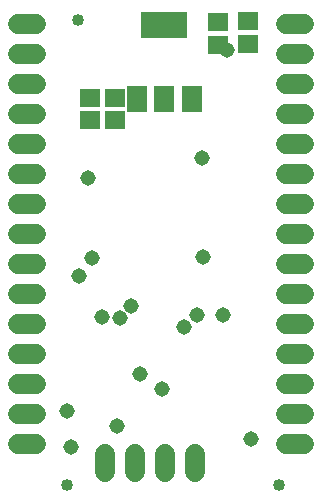
<source format=gbr>
G04 EAGLE Gerber X2 export*
%TF.Part,Single*%
%TF.FileFunction,Soldermask,Bot,1*%
%TF.FilePolarity,Positive*%
%TF.GenerationSoftware,Autodesk,EAGLE,9.6.2*%
%TF.CreationDate,2022-05-02T11:32:10Z*%
G75*
%MOMM*%
%FSLAX46Y46*%
%LPD*%
%INSoldermask Bottom*%
%AMOC8*
5,1,8,0,0,1.08239X$1,22.5*%
G01*
%ADD10R,1.703200X1.503200*%
%ADD11R,1.703200X2.203200*%
%ADD12R,4.003200X2.203200*%
%ADD13C,1.727200*%
%ADD14C,1.016000*%
%ADD15C,1.309600*%


D10*
X16321400Y34586700D03*
X16321400Y32686700D03*
X27211400Y40996700D03*
X27211400Y39096700D03*
X29701400Y41076700D03*
X29701400Y39176700D03*
X18431400Y34586700D03*
X18431400Y32686700D03*
D11*
X24941400Y34456700D03*
X22641400Y34456700D03*
X20341400Y34456700D03*
D12*
X22641400Y40756700D03*
D13*
X25261400Y4448700D02*
X25261400Y2924700D01*
X22721400Y2924700D02*
X22721400Y4448700D01*
X20181400Y4448700D02*
X20181400Y2924700D01*
X17641400Y2924700D02*
X17641400Y4448700D01*
X32970200Y40844800D02*
X34494200Y40844800D01*
X34494200Y38304800D02*
X32970200Y38304800D01*
X32970200Y35764800D02*
X34494200Y35764800D01*
X34494200Y33224800D02*
X32970200Y33224800D01*
X32970200Y30684800D02*
X34494200Y30684800D01*
X34494200Y28144800D02*
X32970200Y28144800D01*
X32970200Y25604800D02*
X34494200Y25604800D01*
X34494200Y23064800D02*
X32970200Y23064800D01*
X32970200Y20524800D02*
X34494200Y20524800D01*
X34494200Y17984800D02*
X32970200Y17984800D01*
X32970200Y15444800D02*
X34494200Y15444800D01*
X34494200Y12904800D02*
X32970200Y12904800D01*
X32970200Y10364800D02*
X34494200Y10364800D01*
X34494200Y7824800D02*
X32970200Y7824800D01*
X32970200Y5284800D02*
X34494200Y5284800D01*
X11760200Y40843200D02*
X10236200Y40843200D01*
X10236200Y38303200D02*
X11760200Y38303200D01*
X11760200Y35763200D02*
X10236200Y35763200D01*
X10236200Y33223200D02*
X11760200Y33223200D01*
X11760200Y30683200D02*
X10236200Y30683200D01*
X10236200Y28143200D02*
X11760200Y28143200D01*
X11760200Y25603200D02*
X10236200Y25603200D01*
X10236200Y23063200D02*
X11760200Y23063200D01*
X11760200Y20523200D02*
X10236200Y20523200D01*
X10236200Y17983200D02*
X11760200Y17983200D01*
X11760200Y15443200D02*
X10236200Y15443200D01*
X10236200Y12903200D02*
X11760200Y12903200D01*
X11760200Y10363200D02*
X10236200Y10363200D01*
X10236200Y7823200D02*
X11760200Y7823200D01*
X11760200Y5283200D02*
X10236200Y5283200D01*
D14*
X14400000Y1810000D03*
X32330000Y1800000D03*
X15320000Y41150000D03*
D15*
X29988200Y5666700D03*
X27921400Y38646700D03*
X17371400Y16004900D03*
X24341400Y15196700D03*
X25369200Y16236700D03*
X27593600Y16176700D03*
X25851400Y29446700D03*
X20561400Y11166700D03*
X22414309Y9899609D03*
X14373975Y8066700D03*
X19811400Y16996700D03*
X16492975Y20987075D03*
X18871400Y15936700D03*
X15381400Y19474700D03*
X16170772Y27776072D03*
X18601400Y6796700D03*
X25931400Y21116700D03*
X14761400Y5006700D03*
M02*

</source>
